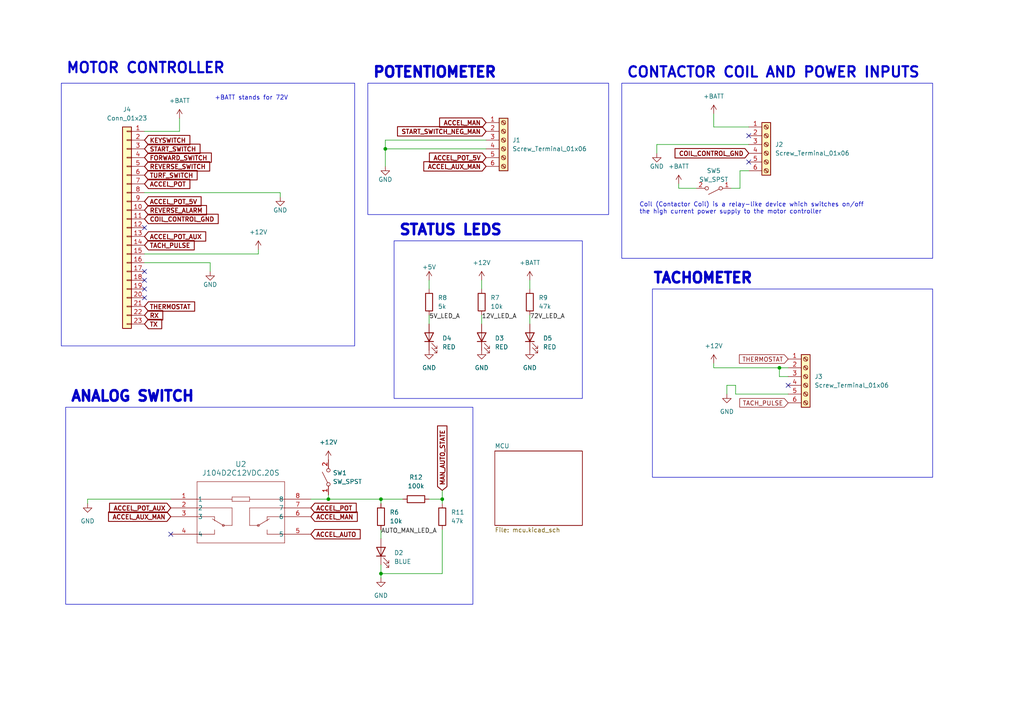
<source format=kicad_sch>
(kicad_sch (version 20230121) (generator eeschema)
  (paper "A4")
  (title_block (title "Bridge PCB Schematic") (date "2023-11-08") (rev "0.1.0") (company "Roman Rice"))
  (lib_symbols
    (symbol "Connector:Screw_Terminal_01x06" (pin_names (offset 1.016) hide)
      (property "Reference" "J" (at 0 7.62 0))
      (property "Value" "Screw_Terminal_01x06" (at 0 -10.16 0))
      (symbol "Screw_Terminal_01x06_1_1"
        (rectangle (start -1.27 6.35) (end 1.27 -8.89) (stroke (width 0.254)) (fill (type background)))
        (circle (center 0 -7.62) (radius 0.635) (stroke (width 0.1524)))
        (circle (center 0 -5.08) (radius 0.635) (stroke (width 0.1524)))
        (circle (center 0 -2.54) (radius 0.635) (stroke (width 0.1524)))
        (polyline (pts (xy -0.5334 -7.2898) (xy 0.3302 -8.128)) (stroke (width 0.1524)))
        (polyline (pts (xy -0.5334 -4.7498) (xy 0.3302 -5.588)) (stroke (width 0.1524)))
        (polyline (pts (xy -0.5334 -2.2098) (xy 0.3302 -3.048)) (stroke (width 0.1524)))
        (polyline (pts (xy -0.5334 0.3302) (xy 0.3302 -0.508)) (stroke (width 0.1524)))
        (polyline (pts (xy -0.5334 2.8702) (xy 0.3302 2.032)) (stroke (width 0.1524)))
        (polyline (pts (xy -0.5334 5.4102) (xy 0.3302 4.572)) (stroke (width 0.1524)))
        (polyline (pts (xy -0.3556 -7.112) (xy 0.508 -7.9502)) (stroke (width 0.1524)))
        (polyline (pts (xy -0.3556 -4.572) (xy 0.508 -5.4102)) (stroke (width 0.1524)))
        (polyline (pts (xy -0.3556 -2.032) (xy 0.508 -2.8702)) (stroke (width 0.1524)))
        (polyline (pts (xy -0.3556 0.508) (xy 0.508 -0.3302)) (stroke (width 0.1524)))
        (polyline (pts (xy -0.3556 3.048) (xy 0.508 2.2098)) (stroke (width 0.1524)))
        (polyline (pts (xy -0.3556 5.588) (xy 0.508 4.7498)) (stroke (width 0.1524)))
        (circle (center 0 0) (radius 0.635) (stroke (width 0.1524)))
        (circle (center 0 2.54) (radius 0.635) (stroke (width 0.1524)))
        (circle (center 0 5.08) (radius 0.635) (stroke (width 0.1524)))
        (pin passive line (at -5.08 5.08 0) (length 3.81) (name "Pin_1") (number "1"))
        (pin passive line (at -5.08 2.54 0) (length 3.81) (name "Pin_2") (number "2"))
        (pin passive line (at -5.08 0 0) (length 3.81) (name "Pin_3") (number "3"))
        (pin passive line (at -5.08 -2.54 0) (length 3.81) (name "Pin_4") (number "4"))
        (pin passive line (at -5.08 -5.08 0) (length 3.81) (name "Pin_5") (number "5"))
        (pin passive line (at -5.08 -7.62 0) (length 3.81) (name "Pin_6") (number "6"))
      )
    )
    (symbol "Connector_Generic:Conn_01x23" (pin_names (offset 1.016) hide)
      (property "Reference" "J" (at 0 30.48 0))
      (property "Value" "Conn_01x23" (at 0 -30.48 0))
      (symbol "Conn_01x23_1_1"
        (rectangle (start -1.27 -27.813) (end 0 -28.067) (stroke (width 0.1524)))
        (rectangle (start -1.27 -25.273) (end 0 -25.527) (stroke (width 0.1524)))
        (rectangle (start -1.27 -22.733) (end 0 -22.987) (stroke (width 0.1524)))
        (rectangle (start -1.27 -20.193) (end 0 -20.447) (stroke (width 0.1524)))
        (rectangle (start -1.27 -17.653) (end 0 -17.907) (stroke (width 0.1524)))
        (rectangle (start -1.27 -15.113) (end 0 -15.367) (stroke (width 0.1524)))
        (rectangle (start -1.27 -12.573) (end 0 -12.827) (stroke (width 0.1524)))
        (rectangle (start -1.27 -10.033) (end 0 -10.287) (stroke (width 0.1524)))
        (rectangle (start -1.27 -7.493) (end 0 -7.747) (stroke (width 0.1524)))
        (rectangle (start -1.27 -4.953) (end 0 -5.207) (stroke (width 0.1524)))
        (rectangle (start -1.27 -2.413) (end 0 -2.667) (stroke (width 0.1524)))
        (rectangle (start -1.27 0.127) (end 0 -0.127) (stroke (width 0.1524)))
        (rectangle (start -1.27 2.667) (end 0 2.413) (stroke (width 0.1524)))
        (rectangle (start -1.27 5.207) (end 0 4.953) (stroke (width 0.1524)))
        (rectangle (start -1.27 7.747) (end 0 7.493) (stroke (width 0.1524)))
        (rectangle (start -1.27 10.287) (end 0 10.033) (stroke (width 0.1524)))
        (rectangle (start -1.27 12.827) (end 0 12.573) (stroke (width 0.1524)))
        (rectangle (start -1.27 15.367) (end 0 15.113) (stroke (width 0.1524)))
        (rectangle (start -1.27 17.907) (end 0 17.653) (stroke (width 0.1524)))
        (rectangle (start -1.27 20.447) (end 0 20.193) (stroke (width 0.1524)))
        (rectangle (start -1.27 22.987) (end 0 22.733) (stroke (width 0.1524)))
        (rectangle (start -1.27 25.527) (end 0 25.273) (stroke (width 0.1524)))
        (rectangle (start -1.27 28.067) (end 0 27.813) (stroke (width 0.1524)))
        (rectangle (start -1.27 29.21) (end 1.27 -29.21) (stroke (width 0.254)) (fill (type background)))
        (pin passive line (at -5.08 27.94 0) (length 3.81) (name "Pin_1") (number "1"))
        (pin passive line (at -5.08 5.08 0) (length 3.81) (name "Pin_10") (number "10"))
        (pin passive line (at -5.08 2.54 0) (length 3.81) (name "Pin_11") (number "11"))
        (pin passive line (at -5.08 0 0) (length 3.81) (name "Pin_12") (number "12"))
        (pin passive line (at -5.08 -2.54 0) (length 3.81) (name "Pin_13") (number "13"))
        (pin passive line (at -5.08 -5.08 0) (length 3.81) (name "Pin_14") (number "14"))
        (pin passive line (at -5.08 -7.62 0) (length 3.81) (name "Pin_15") (number "15"))
        (pin passive line (at -5.08 -10.16 0) (length 3.81) (name "Pin_16") (number "16"))
        (pin passive line (at -5.08 -12.7 0) (length 3.81) (name "Pin_17") (number "17"))
        (pin passive line (at -5.08 -15.24 0) (length 3.81) (name "Pin_18") (number "18"))
        (pin passive line (at -5.08 -17.78 0) (length 3.81) (name "Pin_19") (number "19"))
        (pin passive line (at -5.08 25.4 0) (length 3.81) (name "Pin_2") (number "2"))
        (pin passive line (at -5.08 -20.32 0) (length 3.81) (name "Pin_20") (number "20"))
        (pin passive line (at -5.08 -22.86 0) (length 3.81) (name "Pin_21") (number "21"))
        (pin passive line (at -5.08 -25.4 0) (length 3.81) (name "Pin_22") (number "22"))
        (pin passive line (at -5.08 -27.94 0) (length 3.81) (name "Pin_23") (number "23"))
        (pin passive line (at -5.08 22.86 0) (length 3.81) (name "Pin_3") (number "3"))
        (pin passive line (at -5.08 20.32 0) (length 3.81) (name "Pin_4") (number "4"))
        (pin passive line (at -5.08 17.78 0) (length 3.81) (name "Pin_5") (number "5"))
        (pin passive line (at -5.08 15.24 0) (length 3.81) (name "Pin_6") (number "6"))
        (pin passive line (at -5.08 12.7 0) (length 3.81) (name "Pin_7") (number "7"))
        (pin passive line (at -5.08 10.16 0) (length 3.81) (name "Pin_8") (number "8"))
        (pin passive line (at -5.08 7.62 0) (length 3.81) (name "Pin_9") (number "9"))
      )
    )
    (symbol "Device:LED" (pin_numbers hide) (pin_names (offset 1.016) hide)
      (property "Reference" "D" (at 0 2.54 0))
      (property "Value" "LED" (at 0 -2.54 0))
      (symbol "LED_0_1"
        (polyline (pts (xy -1.27 -1.27) (xy -1.27 1.27)) (stroke (width 0.254)))
        (polyline (pts (xy -1.27 0) (xy 1.27 0)))
        (polyline (pts (xy 1.27 -1.27) (xy 1.27 1.27) (xy -1.27 0) (xy 1.27 -1.27)) (stroke (width 0.254)))
        (polyline (pts (xy -3.048 -0.762) (xy -4.572 -2.286) (xy -3.81 -2.286) (xy -4.572 -2.286) (xy -4.572 -1.524)))
        (polyline (pts (xy -1.778 -0.762) (xy -3.302 -2.286) (xy -2.54 -2.286) (xy -3.302 -2.286) (xy -3.302 -1.524)))
      )
      (symbol "LED_1_1"
        (pin passive line (at -3.81 0 0) (length 2.54) (name "K") (number "1"))
        (pin passive line (at 3.81 0 180) (length 2.54) (name "A") (number "2"))
      )
    )
    (symbol "Device:R" (pin_numbers hide) (pin_names (offset 0))
      (property "Reference" "R" (at 2.032 0 90))
      (property "Value" "R" (at 0 0 90))
      (symbol "R_0_1"
        (rectangle (start -1.016 -2.54) (end 1.016 2.54) (stroke (width 0.254)))
      )
      (symbol "R_1_1"
        (pin passive line (at 0 3.81 270) (length 1.27) (name "~") (number "1"))
        (pin passive line (at 0 -3.81 90) (length 1.27) (name "~") (number "2"))
      )
    )
    (symbol "Switch:SW_SPST" (pin_names (offset 0) hide)
      (property "Reference" "SW" (at 0 3.175 0))
      (property "Value" "SW_SPST" (at 0 -2.54 0))
      (symbol "SW_SPST_0_0"
        (circle (center -2.032 0) (radius 0.508))
        (polyline (pts (xy -1.524 0.254) (xy 1.524 1.778)))
        (circle (center 2.032 0) (radius 0.508))
      )
      (symbol "SW_SPST_1_1"
        (pin passive line (at -5.08 0 0) (length 2.54) (name "A") (number "1"))
        (pin passive line (at 5.08 0 180) (length 2.54) (name "B") (number "2"))
      )
    )
    (symbol "bridge:J104D2C12VDC.20S" (pin_names (offset 0.254))
      (property "Reference" "U" (at 20.32 10.16 0))
      (property "Value" "J104D2C12VDC.20S" (at 20.32 7.62 0))
      (symbol "J104D2C12VDC.20S_0_1"
        (polyline (pts (xy 7.62 -12.7) (xy 33.02 -12.7)) (stroke (width 0.127)))
        (polyline (pts (xy 7.62 -10.16) (xy 12.7 -10.16)) (stroke (width 0.127)))
        (polyline (pts (xy 7.62 -5.08) (xy 12.7 -5.08)) (stroke (width 0.127)))
        (polyline (pts (xy 7.62 -2.54) (xy 17.78 -2.54)) (stroke (width 0.127)))
        (polyline (pts (xy 7.62 0) (xy 17.78 0)) (stroke (width 0.127)))
        (polyline (pts (xy 7.62 5.08) (xy 7.62 -12.7)) (stroke (width 0.127)))
        (polyline (pts (xy 12.7 -8.89) (xy 12.7 -10.16)) (stroke (width 0.127)))
        (polyline (pts (xy 12.7 -5.08) (xy 12.7 -6.35)) (stroke (width 0.127)))
        (polyline (pts (xy 15.24 -7.62) (xy 12.065 -5.715)) (stroke (width 0.127)))
        (polyline (pts (xy 17.78 -7.62) (xy 15.24 -7.62)) (stroke (width 0.127)))
        (polyline (pts (xy 17.78 -2.54) (xy 17.78 -7.62)) (stroke (width 0.127)))
        (polyline (pts (xy 17.78 0.635) (xy 17.78 -0.635)) (stroke (width 0.127)))
        (polyline (pts (xy 17.78 0.635) (xy 22.86 0.635)) (stroke (width 0.127)))
        (polyline (pts (xy 22.86 -7.62) (xy 25.4 -7.62)) (stroke (width 0.127)))
        (polyline (pts (xy 22.86 -2.54) (xy 22.86 -7.62)) (stroke (width 0.127)))
        (polyline (pts (xy 22.86 -0.635) (xy 17.78 -0.635)) (stroke (width 0.127)))
        (polyline (pts (xy 22.86 0) (xy 33.02 0)) (stroke (width 0.127)))
        (polyline (pts (xy 22.86 0.635) (xy 22.86 -0.635)) (stroke (width 0.127)))
        (polyline (pts (xy 25.4 -7.62) (xy 28.575 -5.715)) (stroke (width 0.127)))
        (polyline (pts (xy 27.94 -10.16) (xy 33.02 -10.16)) (stroke (width 0.127)))
        (polyline (pts (xy 27.94 -8.89) (xy 27.94 -10.16)) (stroke (width 0.127)))
        (polyline (pts (xy 27.94 -5.08) (xy 27.94 -6.35)) (stroke (width 0.127)))
        (polyline (pts (xy 33.02 -12.7) (xy 33.02 5.08)) (stroke (width 0.127)))
        (polyline (pts (xy 33.02 -5.08) (xy 27.94 -5.08)) (stroke (width 0.127)))
        (polyline (pts (xy 33.02 -2.54) (xy 22.86 -2.54)) (stroke (width 0.127)))
        (polyline (pts (xy 33.02 5.08) (xy 7.62 5.08)) (stroke (width 0.127)))
        (circle (center 15.24 -7.62) (radius 0.3048) (stroke (width 0.127)))
        (circle (center 25.4 -7.62) (radius 0.3048) (stroke (width 0.127)))
        (pin unspecified line (at 0 0 0) (length 7.62) (name "1") (number "1"))
        (pin unspecified line (at 0 -2.54 0) (length 7.62) (name "2") (number "2"))
        (pin unspecified line (at 0 -5.08 0) (length 7.62) (name "3") (number "3"))
        (pin unspecified line (at 0 -10.16 0) (length 7.62) (name "4") (number "4"))
        (pin unspecified line (at 40.64 -10.16 180) (length 7.62) (name "5") (number "5"))
        (pin unspecified line (at 40.64 -5.08 180) (length 7.62) (name "6") (number "6"))
        (pin unspecified line (at 40.64 -2.54 180) (length 7.62) (name "7") (number "7"))
        (pin unspecified line (at 40.64 0 180) (length 7.62) (name "8") (number "8"))
      )
    )
    (symbol "power:+12V" (power) (pin_names (offset 0))
      (property "Value" "+12V" (at 0 3.556 0))
      (symbol "+12V_0_1"
        (polyline (pts (xy -0.762 1.27) (xy 0 2.54)))
        (polyline (pts (xy 0 0) (xy 0 2.54)))
        (polyline (pts (xy 0 2.54) (xy 0.762 1.27)))
      )
      (symbol "+12V_1_1"
        (pin power_in line (at 0 0 90) (length 0) hide (name "+12V") (number "1"))
      )
    )
    (symbol "power:+5V" (power) (pin_names (offset 0))
      (property "Value" "+5V" (at 0 3.556 0))
      (symbol "+5V_0_1"
        (polyline (pts (xy -0.762 1.27) (xy 0 2.54)))
        (polyline (pts (xy 0 0) (xy 0 2.54)))
        (polyline (pts (xy 0 2.54) (xy 0.762 1.27)))
      )
      (symbol "+5V_1_1"
        (pin power_in line (at 0 0 90) (length 0) hide (name "+5V") (number "1"))
      )
    )
    (symbol "power:+BATT" (power) (pin_names (offset 0))
      (property "Value" "+BATT" (at 0 3.556 0))
      (symbol "+BATT_0_1"
        (polyline (pts (xy -0.762 1.27) (xy 0 2.54)))
        (polyline (pts (xy 0 0) (xy 0 2.54)))
        (polyline (pts (xy 0 2.54) (xy 0.762 1.27)))
      )
      (symbol "+BATT_1_1"
        (pin power_in line (at 0 0 90) (length 0) hide (name "+BATT") (number "1"))
      )
    )
    (symbol "power:GND" (power) (pin_names (offset 0))
      (property "Value" "GND" (at 0 -3.81 0))
      (symbol "GND_0_1"
        (polyline (pts (xy 0 0) (xy 0 -1.27) (xy 1.27 -1.27) (xy 0 -2.54) (xy -1.27 -1.27) (xy 0 -1.27)))
      )
      (symbol "GND_1_1"
        (pin power_in line (at 0 0 270) (length 0) hide (name "GND") (number "1"))
      )
    )
  )
  (junction (at 110.49 144.78))
  (junction (at 226.06 106.68))
  (junction (at 110.49 166.37))
  (junction (at 95.25 144.78))
  (junction (at 111.76 43.18))
  (junction (at 128.27 144.78))
  (no_connect (at 228.6 111.76))
  (no_connect (at 217.17 46.99))
  (no_connect (at 41.91 81.28))
  (no_connect (at 217.17 39.37))
  (no_connect (at 41.91 83.82))
  (no_connect (at 41.91 78.74))
  (no_connect (at 49.53 154.94))
  (no_connect (at 41.91 66.04))
  (no_connect (at 41.91 86.36))
  (wire (pts (xy 52.07 34.29) (xy 52.07 38.1)))
  (wire (pts (xy 201.93 54.61) (xy 196.85 54.61)))
  (wire (pts (xy 41.91 73.66) (xy 74.93 73.66)))
  (wire (pts (xy 214.63 49.53) (xy 217.17 49.53)))
  (wire (pts (xy 95.25 144.78) (xy 110.49 144.78)))
  (wire (pts (xy 207.01 33.02) (xy 207.01 36.83)))
  (wire (pts (xy 74.93 73.66) (xy 74.93 72.39)))
  (wire (pts (xy 110.49 144.78) (xy 110.49 146.05)))
  (wire (pts (xy 214.63 54.61) (xy 214.63 49.53)))
  (wire (pts (xy 190.5 41.91) (xy 190.5 44.45)))
  (wire (pts (xy 111.76 40.64) (xy 111.76 43.18)))
  (wire (pts (xy 124.46 91.44) (xy 124.46 93.98)))
  (wire (pts (xy 226.06 106.68) (xy 226.06 109.22)))
  (wire (pts (xy 207.01 36.83) (xy 217.17 36.83)))
  (wire (pts (xy 52.07 38.1) (xy 41.91 38.1)))
  (wire (pts (xy 140.97 40.64) (xy 111.76 40.64)))
  (wire (pts (xy 90.17 144.78) (xy 95.25 144.78)))
  (wire (pts (xy 226.06 106.68) (xy 228.6 106.68)))
  (wire (pts (xy 217.17 41.91) (xy 190.5 41.91)))
  (wire (pts (xy 25.4 144.78) (xy 25.4 146.05)))
  (wire (pts (xy 213.36 114.3) (xy 213.36 111.76)))
  (wire (pts (xy 128.27 153.67) (xy 128.27 166.37)))
  (wire (pts (xy 212.09 54.61) (xy 214.63 54.61)))
  (wire (pts (xy 60.96 76.2) (xy 41.91 76.2)))
  (wire (pts (xy 124.46 81.28) (xy 124.46 83.82)))
  (wire (pts (xy 228.6 114.3) (xy 213.36 114.3)))
  (wire (pts (xy 207.01 106.68) (xy 226.06 106.68)))
  (wire (pts (xy 110.49 153.67) (xy 110.49 156.21)))
  (wire (pts (xy 139.7 91.44) (xy 139.7 93.98)))
  (wire (pts (xy 213.36 111.76) (xy 210.82 111.76)))
  (wire (pts (xy 41.91 55.88) (xy 81.28 55.88)))
  (wire (pts (xy 95.25 143.51) (xy 95.25 144.78)))
  (wire (pts (xy 226.06 109.22) (xy 228.6 109.22)))
  (wire (pts (xy 153.67 91.44) (xy 153.67 93.98)))
  (wire (pts (xy 128.27 166.37) (xy 110.49 166.37)))
  (wire (pts (xy 153.67 81.28) (xy 153.67 83.82)))
  (wire (pts (xy 81.28 55.88) (xy 81.28 57.15)))
  (wire (pts (xy 207.01 105.41) (xy 207.01 106.68)))
  (wire (pts (xy 110.49 167.64) (xy 110.49 166.37)))
  (wire (pts (xy 128.27 142.24) (xy 128.27 144.78)))
  (wire (pts (xy 196.85 54.61) (xy 196.85 53.34)))
  (wire (pts (xy 110.49 166.37) (xy 110.49 163.83)))
  (wire (pts (xy 111.76 48.26) (xy 111.76 43.18)))
  (wire (pts (xy 128.27 146.05) (xy 128.27 144.78)))
  (wire (pts (xy 49.53 144.78) (xy 25.4 144.78)))
  (wire (pts (xy 139.7 81.28) (xy 139.7 83.82)))
  (wire (pts (xy 111.76 43.18) (xy 140.97 43.18)))
  (wire (pts (xy 124.46 144.78) (xy 128.27 144.78)))
  (wire (pts (xy 210.82 111.76) (xy 210.82 114.3)))
  (wire (pts (xy 110.49 144.78) (xy 116.84 144.78)))
  (wire (pts (xy 60.96 78.74) (xy 60.96 76.2)))
  (rectangle (start 189.23 83.82) (end 270.51 138.43))
  (rectangle (start 114.3 69.85) (end 168.91 115.57))
  (rectangle (start 106.68 24.13) (end 176.53 62.23))
  (rectangle (start 180.34 24.13) (end 270.51 74.93))
  (rectangle (start 17.78 24.13) (end 102.87 100.33))
  (rectangle (start 19.05 118.11) (end 137.16 175.26))
  (text "STATUS LEDS" (at 115.57 68.58 0) (effects (font (size 3 3) (thickness 1) bold) (justify left bottom)))
  (text "MOTOR CONTROLLER" (at 19.05 21.59 0) (effects (font (size 3 3) bold) (justify left bottom)))
  (text "Coil (Contactor Coil) is a relay-like device which switches on/off\nthe high current power supply to the motor controller" (at 185.42 62.23 0) (effects (font (size 1.27 1.27)) (justify left bottom)))
  (text "POTENTIOMETER" (at 107.95 22.86 0) (effects (font (size 3 3) (thickness 1) bold) (justify left bottom)))
  (text "+BATT stands for 72V" (at 62.23 29.21 0) (effects (font (size 1.27 1.27)) (justify left bottom)))
  (text "TACHOMETER" (at 189.23 82.55 0) (effects (font (size 3 3) (thickness 1) bold) (justify left bottom)))
  (text "CONTACTOR COIL AND POWER INPUTS" (at 181.61 22.86 0) (effects (font (size 3 3) bold) (justify left bottom)))
  (text "ANALOG SWITCH" (at 20.32 116.84 0) (effects (font (size 3 3) (thickness 1) bold) (justify left bottom)))
  (label "5V_LED_A" (at 124.46 92.71 0))
  (label "AUTO_MAN_LED_A" (at 110.49 154.94 0))
  (label "72V_LED_A" (at 153.67 92.71 0))
  (label "12V_LED_A" (at 139.7 92.71 0))
  (global_label "START_SWITCH" (shape input) (at 41.91 43.18 0) (effects (font (thickness 0.254) bold)) (property "Intersheetrefs" "${INTERSHEET_REFS}" (effects hide)))
  (global_label "KEYSWITCH" (shape input) (at 41.91 40.64 0) (effects (font bold)) (property "Intersheetrefs" "${INTERSHEET_REFS}" (effects hide)))
  (global_label "ACCEL_AUX_MAN" (shape input) (at 49.53 149.86 180) (effects (font (thickness 0.254) bold)) (property "Intersheetrefs" "${INTERSHEET_REFS}" (effects hide)))
  (global_label "TURF_SWITCH" (shape input) (at 41.91 50.8 0) (effects (font bold)) (property "Intersheetrefs" "${INTERSHEET_REFS}" (effects hide)))
  (global_label "ACCEL_POT_5V" (shape input) (at 140.97 45.72 180) (effects (font bold)) (property "Intersheetrefs" "${INTERSHEET_REFS}" (effects hide)))
  (global_label "ACCEL_AUTO" (shape input) (at 90.17 154.94 0) (effects (font (thickness 0.254) bold)) (property "Intersheetrefs" "${INTERSHEET_REFS}" (effects hide)))
  (global_label "MAN_AUTO_STATE" (shape input) (at 128.27 142.24 90) (effects (font bold)) (property "Intersheetrefs" "${INTERSHEET_REFS}" (effects hide)))
  (global_label "TACH_PULSE" (shape input) (at 228.6 116.84 180) (property "Intersheetrefs" "${INTERSHEET_REFS}" (effects hide)))
  (global_label "ACCEL_AUX_MAN" (shape input) (at 140.97 48.26 180) (effects (font (thickness 0.254) bold)) (property "Intersheetrefs" "${INTERSHEET_REFS}" (effects hide)))
  (global_label "REVERSE_ALARM" (shape input) (at 41.91 60.96 0) (effects (font bold)) (property "Intersheetrefs" "${INTERSHEET_REFS}" (effects hide)))
  (global_label "COIL_CONTROL_GND" (shape input) (at 41.91 63.5 0) (effects (font bold)) (property "Intersheetrefs" "${INTERSHEET_REFS}" (effects hide)))
  (global_label "COIL_CONTROL_GND" (shape input) (at 217.17 44.45 180) (effects (font bold)) (property "Intersheetrefs" "${INTERSHEET_REFS}" (effects hide)))
  (global_label "REVERSE_SWITCH" (shape input) (at 41.91 48.26 0) (effects (font bold)) (property "Intersheetrefs" "${INTERSHEET_REFS}" (effects hide)))
  (global_label "ACCEL_POT_AUX" (shape input) (at 49.53 147.32 180) (effects (font bold)) (property "Intersheetrefs" "${INTERSHEET_REFS}" (effects hide)))
  (global_label "FORWARD_SWITCH" (shape input) (at 41.91 45.72 0) (effects (font bold)) (property "Intersheetrefs" "${INTERSHEET_REFS}" (effects hide)))
  (global_label "THERMOSTAT" (shape input) (at 41.91 88.9 0) (effects (font bold)) (property "Intersheetrefs" "${INTERSHEET_REFS}" (effects hide)))
  (global_label "TACH_PULSE" (shape input) (at 41.91 71.12 0) (effects (font bold)) (property "Intersheetrefs" "${INTERSHEET_REFS}" (effects hide)))
  (global_label "RX" (shape input) (at 41.91 91.44 0) (effects (font bold)) (property "Intersheetrefs" "${INTERSHEET_REFS}" (effects hide)))
  (global_label "ACCEL_POT_AUX" (shape input) (at 41.91 68.58 0) (effects (font bold)) (property "Intersheetrefs" "${INTERSHEET_REFS}" (effects hide)))
  (global_label "TX" (shape input) (at 41.91 93.98 0) (effects (font bold)) (property "Intersheetrefs" "${INTERSHEET_REFS}" (effects hide)))
  (global_label "ACCEL_MAN" (shape input) (at 90.17 149.86 0) (effects (font (thickness 0.254) bold)) (property "Intersheetrefs" "${INTERSHEET_REFS}" (effects hide)))
  (global_label "ACCEL_MAN" (shape input) (at 140.97 35.56 180) (effects (font (thickness 0.254) bold)) (property "Intersheetrefs" "${INTERSHEET_REFS}" (effects hide)))
  (global_label "THERMOSTAT" (shape input) (at 228.6 104.14 180) (property "Intersheetrefs" "${INTERSHEET_REFS}" (effects hide)))
  (global_label "ACCEL_POT_5V" (shape input) (at 41.91 58.42 0) (effects (font bold)) (property "Intersheetrefs" "${INTERSHEET_REFS}" (effects hide)))
  (global_label "ACCEL_POT" (shape input) (at 90.17 147.32 0) (effects (font bold)) (property "Intersheetrefs" "${INTERSHEET_REFS}" (effects hide)))
  (global_label "ACCEL_POT" (shape input) (at 41.91 53.34 0) (effects (font bold)) (property "Intersheetrefs" "${INTERSHEET_REFS}" (effects hide)))
  (global_label "START_SWITCH_NEG_MAN" (shape input) (at 140.97 38.1 180) (effects (font (thickness 0.254) bold)) (property "Intersheetrefs" "${INTERSHEET_REFS}" (effects hide)))
  (symbol (lib_id "Device:R") (at 153.67 87.63 0) (unit 1)
    (property "Reference" "R9" (at 156.21 86.36 0) (effects (justify left)))
    (property "Value" "47k" (at 156.21 88.9 0) (effects (justify left)))
    (property "Footprint" "bridge:THT_RESISTOR_WITH_VALUE" (effects hide))
  )
  (symbol (lib_id "power:GND") (at 111.76 48.26 0) (unit 1)
    (property "Reference" "#PWR09" (effects hide))
    (property "Value" "GND" (at 111.76 52.07 0))
  )
  (symbol (lib_id "power:GND") (at 153.67 101.6 0) (unit 1)
    (property "Reference" "#PWR024" (effects hide))
    (property "Value" "GND" (at 153.67 106.68 0))
  )
  (symbol (lib_id "power:+BATT") (at 52.07 34.29 0) (unit 1)
    (property "Reference" "#PWR01" (effects hide))
    (property "Value" "+BATT" (at 52.07 29.21 0))
  )
  (symbol (lib_id "power:GND") (at 139.7 101.6 0) (unit 1)
    (property "Reference" "#PWR022" (effects hide))
    (property "Value" "GND" (at 139.7 106.68 0))
  )
  (symbol (lib_id "power:+12V") (at 95.25 133.35 0) (unit 1)
    (property "Reference" "#PWR021" (effects hide))
    (property "Value" "+12V" (at 95.25 128.27 0))
  )
  (symbol (lib_id "power:+12V") (at 139.7 81.28 0) (unit 1)
    (property "Reference" "#PWR025" (effects hide))
    (property "Value" "+12V" (at 139.7 76.2 0))
  )
  (symbol (lib_id "power:+5V") (at 124.46 81.28 0) (unit 1)
    (property "Reference" "#PWR026" (effects hide))
    (property "Value" "+5V" (at 124.46 77.47 0))
  )
  (symbol (lib_id "power:GND") (at 81.28 57.15 0) (unit 1)
    (property "Reference" "#PWR04" (effects hide))
    (property "Value" "GND" (at 81.28 60.96 0))
  )
  (symbol (lib_id "power:+12V") (at 207.01 105.41 0) (unit 1)
    (property "Reference" "#PWR011" (effects hide))
    (property "Value" "+12V" (at 207.01 100.33 0))
  )
  (symbol (lib_id "Switch:SW_SPST") (at 95.25 138.43 90) (unit 1)
    (property "Reference" "SW1" (at 96.52 137.16 90) (effects (justify right)))
    (property "Value" "SW_SPST" (at 96.52 139.7 90) (effects (justify right)))
    (property "Footprint" "Connector_PinHeader_2.54mm:PinHeader_1x02_P2.54mm_Vertical" (effects hide))
  )
  (symbol (lib_id "power:GND") (at 210.82 114.3 0) (unit 1)
    (property "Reference" "#PWR012" (effects hide))
    (property "Value" "GND" (at 210.82 119.38 0))
  )
  (symbol (lib_id "power:GND") (at 60.96 78.74 0) (unit 1)
    (property "Reference" "#PWR02" (effects hide))
    (property "Value" "GND" (at 60.96 82.55 0))
  )
  (symbol (lib_id "Device:LED") (at 110.49 160.02 90) (unit 1)
    (property "Reference" "D2" (at 114.3 160.3375 90) (effects (justify right)))
    (property "Value" "BLUE" (at 114.3 162.8775 90) (effects (justify right)))
    (property "Footprint" "LED_THT:LED_D5.0mm" (effects hide))
  )
  (symbol (lib_id "Connector_Generic:Conn_01x23") (at 36.83 66.04 0) (mirror y) (unit 1)
    (property "Reference" "J4" (at 36.83 31.75 0))
    (property "Value" "Conn_01x23" (at 36.83 34.29 0))
    (property "Footprint" "Connector_TE-Connectivity:TE_AMPSEAL_1-776087-x_3Rows_23_P0.4mm_Horizontal" (effects hide))
  )
  (symbol (lib_id "bridge:J104D2C12VDC.20S") (at 49.53 144.78 0) (unit 1)
    (property "Reference" "U2" (at 69.85 134.62 0) (effects (font (size 1.524 1.524))))
    (property "Value" "J104D2C12VDC.20S" (at 69.85 137.16 0) (effects (font (size 1.524 1.524))))
    (property "Footprint" "bridge:RELAY8_J104D2C12VDC.20S_CRS" (effects hide))
    (property "Datasheet" "J104D2C12VDC.20S" (effects hide))
  )
  (symbol (lib_id "Switch:SW_SPST") (at 207.01 54.61 180) (unit 1)
    (property "Reference" "SW5" (at 207.01 49.53 0))
    (property "Value" "SW_SPST" (at 207.01 52.07 0))
    (property "Footprint" "Connector_PinHeader_2.54mm:PinHeader_1x02_P2.54mm_Vertical" (effects hide))
  )
  (symbol (lib_id "power:GND") (at 124.46 101.6 0) (unit 1)
    (property "Reference" "#PWR023" (effects hide))
    (property "Value" "GND" (at 124.46 106.68 0))
  )
  (symbol (lib_id "Device:R") (at 120.65 144.78 270) (unit 1)
    (property "Reference" "R12" (at 120.65 138.43 90))
    (property "Value" "100k" (at 120.65 140.97 90))
    (property "Footprint" "bridge:THT_RESISTOR_WITH_VALUE" (effects hide))
  )
  (symbol (lib_id "power:+BATT") (at 207.01 33.02 0) (mirror y) (unit 1)
    (property "Reference" "#PWR06" (effects hide))
    (property "Value" "+BATT" (at 207.01 27.94 0))
  )
  (symbol (lib_id "Device:R") (at 124.46 87.63 0) (unit 1)
    (property "Reference" "R8" (at 127 86.36 0) (effects (justify left)))
    (property "Value" "5k" (at 127 88.9 0) (effects (justify left)))
    (property "Footprint" "bridge:THT_RESISTOR_WITH_VALUE" (effects hide))
  )
  (symbol (lib_id "power:+BATT") (at 153.67 81.28 0) (mirror y) (unit 1)
    (property "Reference" "#PWR027" (effects hide))
    (property "Value" "+BATT" (at 153.67 76.2 0))
  )
  (symbol (lib_id "Device:LED") (at 124.46 97.79 90) (unit 1)
    (property "Reference" "D4" (at 128.27 98.1075 90) (effects (justify right)))
    (property "Value" "RED" (at 128.27 100.6475 90) (effects (justify right)))
    (property "Footprint" "LED_THT:LED_D5.0mm" (effects hide))
  )
  (symbol (lib_id "Device:R") (at 128.27 149.86 180) (unit 1)
    (property "Reference" "R11" (at 130.81 148.59 0) (effects (justify right)))
    (property "Value" "47k" (at 130.81 151.13 0) (effects (justify right)))
    (property "Footprint" "bridge:THT_RESISTOR_WITH_VALUE" (effects hide))
  )
  (symbol (lib_id "Device:R") (at 139.7 87.63 0) (unit 1)
    (property "Reference" "R7" (at 142.24 86.36 0) (effects (justify left)))
    (property "Value" "10k" (at 142.24 88.9 0) (effects (justify left)))
    (property "Footprint" "bridge:THT_RESISTOR_WITH_VALUE" (effects hide))
  )
  (symbol (lib_id "power:+BATT") (at 196.85 53.34 0) (mirror y) (unit 1)
    (property "Reference" "#PWR030" (effects hide))
    (property "Value" "+BATT" (at 196.85 48.26 0))
  )
  (symbol (lib_id "Connector:Screw_Terminal_01x06") (at 146.05 40.64 0) (unit 1)
    (property "Reference" "J1" (at 148.59 40.64 0) (effects (justify left)))
    (property "Value" "Screw_Terminal_01x06" (at 148.59 43.18 0) (effects (justify left)))
    (property "Footprint" "bridge:TE_2-1437667-9" (effects hide))
  )
  (symbol (lib_id "Device:LED") (at 153.67 97.79 90) (unit 1)
    (property "Reference" "D5" (at 157.48 98.1075 90) (effects (justify right)))
    (property "Value" "RED" (at 157.48 100.6475 90) (effects (justify right)))
    (property "Footprint" "LED_THT:LED_D5.0mm" (effects hide))
  )
  (symbol (lib_id "Connector:Screw_Terminal_01x06") (at 233.68 109.22 0) (unit 1)
    (property "Reference" "J3" (at 236.22 109.22 0) (effects (justify left)))
    (property "Value" "Screw_Terminal_01x06" (at 236.22 111.76 0) (effects (justify left)))
    (property "Footprint" "bridge:TE_2-1437667-9" (effects hide))
  )
  (symbol (lib_id "power:GND") (at 110.49 167.64 0) (unit 1)
    (property "Reference" "#PWR08" (effects hide))
    (property "Value" "GND" (at 110.49 172.72 0))
  )
  (symbol (lib_id "Device:R") (at 110.49 149.86 0) (unit 1)
    (property "Reference" "R6" (at 113.03 148.59 0) (effects (justify left)))
    (property "Value" "10k" (at 113.03 151.13 0) (effects (justify left)))
    (property "Footprint" "bridge:THT_RESISTOR_WITH_VALUE" (effects hide))
  )
  (symbol (lib_id "Device:LED") (at 139.7 97.79 90) (unit 1)
    (property "Reference" "D3" (at 143.51 98.1075 90) (effects (justify right)))
    (property "Value" "RED" (at 143.51 100.6475 90) (effects (justify right)))
    (property "Footprint" "LED_THT:LED_D5.0mm" (effects hide))
  )
  (symbol (lib_id "power:+12V") (at 74.93 72.39 0) (unit 1)
    (property "Reference" "#PWR03" (effects hide))
    (property "Value" "+12V" (at 74.93 67.31 0))
  )
  (symbol (lib_id "Connector:Screw_Terminal_01x06") (at 222.25 41.91 0) (unit 1)
    (property "Reference" "J2" (at 224.79 41.91 0) (effects (justify left)))
    (property "Value" "Screw_Terminal_01x06" (at 224.79 44.45 0) (effects (justify left)))
    (property "Footprint" "bridge:TE_2-1437667-9" (effects hide))
  )
  (symbol (lib_id "power:GND") (at 25.4 146.05 0) (unit 1)
    (property "Reference" "#PWR020" (effects hide))
    (property "Value" "GND" (at 25.4 151.13 0))
  )
  (symbol (lib_id "power:GND") (at 190.5 44.45 0) (unit 1)
    (property "Reference" "#PWR07" (effects hide))
    (property "Value" "GND" (at 190.5 48.26 0))
  )
  (sheet (at 143.51 130.81) (size 25.4 21.59) (stroke (width 0.1524))
    (property "Sheetname" "MCU" (at 143.51 130.0984 0) (effects (justify left bottom)))
    (property "Sheetfile" "mcu.kicad_sch" (at 143.51 152.9846 0) (effects (justify left top)))
  )
)
</source>
